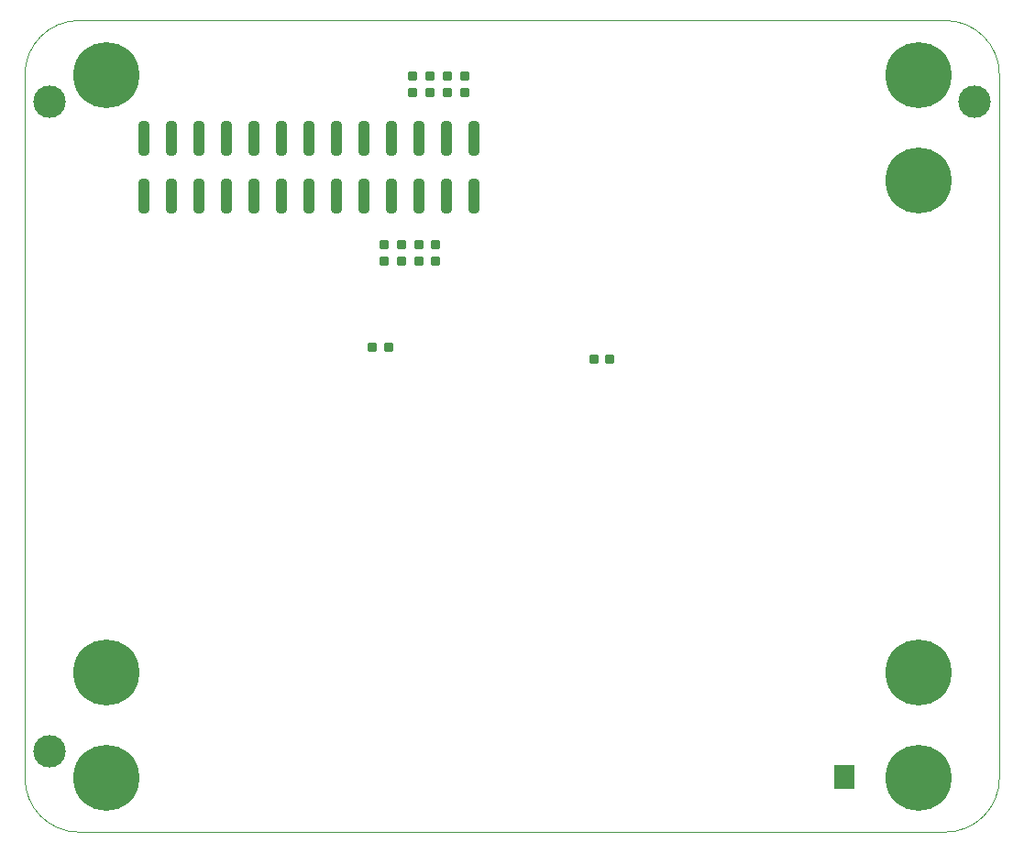
<source format=gts>
G04*
G04 #@! TF.GenerationSoftware,Altium Limited,Altium Designer,21.1.1 (26)*
G04*
G04 Layer_Color=10964583*
%FSAX44Y44*%
%MOMM*%
G71*
G04*
G04 #@! TF.SameCoordinates,61528D9D-F366-43B7-8DC3-677D280EAED6*
G04*
G04*
G04 #@! TF.FilePolarity,Negative*
G04*
G01*
G75*
%ADD14C,0.1000*%
%ADD15R,1.8500X2.2000*%
G04:AMPARAMS|DCode=16|XSize=0.85mm|YSize=0.9mm|CornerRadius=0.2375mm|HoleSize=0mm|Usage=FLASHONLY|Rotation=180.000|XOffset=0mm|YOffset=0mm|HoleType=Round|Shape=RoundedRectangle|*
%AMROUNDEDRECTD16*
21,1,0.8500,0.4250,0,0,180.0*
21,1,0.3750,0.9000,0,0,180.0*
1,1,0.4750,-0.1875,0.2125*
1,1,0.4750,0.1875,0.2125*
1,1,0.4750,0.1875,-0.2125*
1,1,0.4750,-0.1875,-0.2125*
%
%ADD16ROUNDEDRECTD16*%
%ADD17C,3.0000*%
G04:AMPARAMS|DCode=18|XSize=0.85mm|YSize=0.9mm|CornerRadius=0.2375mm|HoleSize=0mm|Usage=FLASHONLY|Rotation=90.000|XOffset=0mm|YOffset=0mm|HoleType=Round|Shape=RoundedRectangle|*
%AMROUNDEDRECTD18*
21,1,0.8500,0.4250,0,0,90.0*
21,1,0.3750,0.9000,0,0,90.0*
1,1,0.4750,0.2125,0.1875*
1,1,0.4750,0.2125,-0.1875*
1,1,0.4750,-0.2125,-0.1875*
1,1,0.4750,-0.2125,0.1875*
%
%ADD18ROUNDEDRECTD18*%
G04:AMPARAMS|DCode=19|XSize=1.1mm|YSize=3.2mm|CornerRadius=0.425mm|HoleSize=0mm|Usage=FLASHONLY|Rotation=0.000|XOffset=0mm|YOffset=0mm|HoleType=Round|Shape=RoundedRectangle|*
%AMROUNDEDRECTD19*
21,1,1.1000,2.3500,0,0,0.0*
21,1,0.2500,3.2000,0,0,0.0*
1,1,0.8500,0.1250,-1.1750*
1,1,0.8500,-0.1250,-1.1750*
1,1,0.8500,-0.1250,1.1750*
1,1,0.8500,0.1250,1.1750*
%
%ADD19ROUNDEDRECTD19*%
%ADD20C,6.1000*%
D14*
X00900000Y00700000D02*
G03*
X00850000Y00750000I-00050000J00000000D01*
G01*
X00050000D02*
G03*
X00000000Y00700000I00000000J-00050000D01*
G01*
X00850000Y00000000D02*
G03*
X00900000Y00050000I00000000J00050000D01*
G01*
X00000000D02*
G03*
X00050000Y00000000I00050000J00000000D01*
G01*
Y00750000D02*
X00850000D01*
X00900000Y00700000D02*
X00900000Y00050000D01*
X-00000000Y00700000D02*
X00000000Y00050000D01*
X00050000Y00000000D02*
X00850000D01*
D15*
X00756750Y00051000D02*
D03*
D16*
X00540300Y00436700D02*
D03*
X00525300D02*
D03*
X00335700Y00448300D02*
D03*
X00320700D02*
D03*
D17*
X00877000Y00675000D02*
D03*
X00023000Y00075000D02*
D03*
Y00675000D02*
D03*
D18*
X00374000Y00698500D02*
D03*
Y00683500D02*
D03*
X00358000Y00698500D02*
D03*
Y00683500D02*
D03*
X00406000Y00698500D02*
D03*
Y00683500D02*
D03*
X00390000Y00698500D02*
D03*
Y00683500D02*
D03*
X00379500Y00527500D02*
D03*
Y00542500D02*
D03*
X00363500Y00527500D02*
D03*
Y00542500D02*
D03*
X00347500Y00527500D02*
D03*
Y00542500D02*
D03*
X00331500Y00527500D02*
D03*
Y00542500D02*
D03*
D19*
X00414900Y00641500D02*
D03*
X00389500D02*
D03*
X00414900Y00587500D02*
D03*
X00389500D02*
D03*
X00338700Y00641500D02*
D03*
Y00587500D02*
D03*
X00313300Y00641500D02*
D03*
Y00587500D02*
D03*
X00364100Y00587500D02*
D03*
X00364100Y00641500D02*
D03*
X00287900D02*
D03*
X00262500Y00641500D02*
D03*
X00287900Y00587500D02*
D03*
X00262500D02*
D03*
X00211700Y00641500D02*
D03*
Y00587500D02*
D03*
X00186300Y00641500D02*
D03*
Y00587500D02*
D03*
X00110100D02*
D03*
Y00641500D02*
D03*
X00135500Y00587500D02*
D03*
X00135500Y00641500D02*
D03*
X00160900Y00587500D02*
D03*
X00160900Y00641500D02*
D03*
X00237100Y00587500D02*
D03*
Y00641500D02*
D03*
D20*
X00075000Y00699500D02*
D03*
X00825000D02*
D03*
Y00602500D02*
D03*
X00075000Y00147500D02*
D03*
X00825000D02*
D03*
Y00050500D02*
D03*
X00075000D02*
D03*
M02*

</source>
